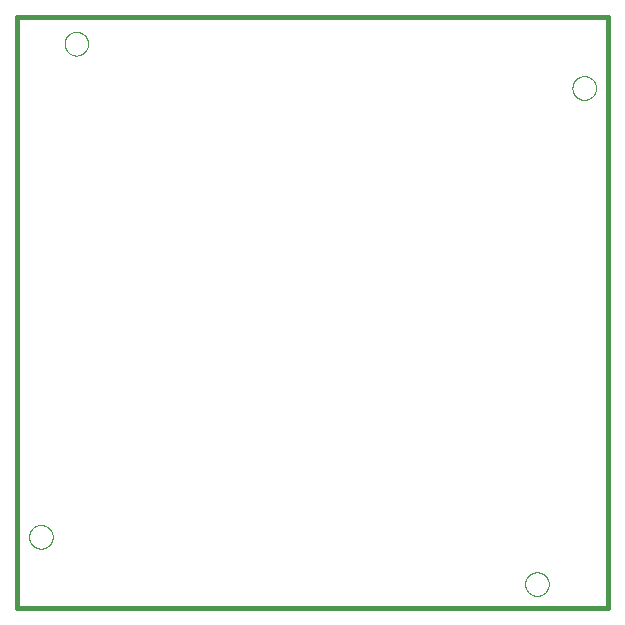
<source format=gbp>
G75*
%MOIN*%
%OFA0B0*%
%FSLAX25Y25*%
%IPPOS*%
%LPD*%
%AMOC8*
5,1,8,0,0,1.08239X$1,22.5*
%
%ADD10C,0.01600*%
%ADD11C,0.00000*%
D10*
X0005000Y0005000D02*
X0201850Y0005000D01*
X0201850Y0201850D01*
X0005000Y0201850D01*
X0005000Y0005000D01*
D11*
X0008937Y0028622D02*
X0008939Y0028747D01*
X0008945Y0028872D01*
X0008955Y0028996D01*
X0008969Y0029120D01*
X0008986Y0029244D01*
X0009008Y0029367D01*
X0009034Y0029489D01*
X0009063Y0029611D01*
X0009096Y0029731D01*
X0009134Y0029850D01*
X0009174Y0029969D01*
X0009219Y0030085D01*
X0009267Y0030200D01*
X0009319Y0030314D01*
X0009375Y0030426D01*
X0009434Y0030536D01*
X0009496Y0030644D01*
X0009562Y0030751D01*
X0009631Y0030855D01*
X0009704Y0030956D01*
X0009779Y0031056D01*
X0009858Y0031153D01*
X0009940Y0031247D01*
X0010025Y0031339D01*
X0010112Y0031428D01*
X0010203Y0031514D01*
X0010296Y0031597D01*
X0010392Y0031678D01*
X0010490Y0031755D01*
X0010590Y0031829D01*
X0010693Y0031900D01*
X0010798Y0031967D01*
X0010906Y0032032D01*
X0011015Y0032092D01*
X0011126Y0032150D01*
X0011239Y0032203D01*
X0011353Y0032253D01*
X0011469Y0032300D01*
X0011586Y0032342D01*
X0011705Y0032381D01*
X0011825Y0032417D01*
X0011946Y0032448D01*
X0012068Y0032476D01*
X0012190Y0032499D01*
X0012314Y0032519D01*
X0012438Y0032535D01*
X0012562Y0032547D01*
X0012687Y0032555D01*
X0012812Y0032559D01*
X0012936Y0032559D01*
X0013061Y0032555D01*
X0013186Y0032547D01*
X0013310Y0032535D01*
X0013434Y0032519D01*
X0013558Y0032499D01*
X0013680Y0032476D01*
X0013802Y0032448D01*
X0013923Y0032417D01*
X0014043Y0032381D01*
X0014162Y0032342D01*
X0014279Y0032300D01*
X0014395Y0032253D01*
X0014509Y0032203D01*
X0014622Y0032150D01*
X0014733Y0032092D01*
X0014843Y0032032D01*
X0014950Y0031967D01*
X0015055Y0031900D01*
X0015158Y0031829D01*
X0015258Y0031755D01*
X0015356Y0031678D01*
X0015452Y0031597D01*
X0015545Y0031514D01*
X0015636Y0031428D01*
X0015723Y0031339D01*
X0015808Y0031247D01*
X0015890Y0031153D01*
X0015969Y0031056D01*
X0016044Y0030956D01*
X0016117Y0030855D01*
X0016186Y0030751D01*
X0016252Y0030644D01*
X0016314Y0030536D01*
X0016373Y0030426D01*
X0016429Y0030314D01*
X0016481Y0030200D01*
X0016529Y0030085D01*
X0016574Y0029969D01*
X0016614Y0029850D01*
X0016652Y0029731D01*
X0016685Y0029611D01*
X0016714Y0029489D01*
X0016740Y0029367D01*
X0016762Y0029244D01*
X0016779Y0029120D01*
X0016793Y0028996D01*
X0016803Y0028872D01*
X0016809Y0028747D01*
X0016811Y0028622D01*
X0016809Y0028497D01*
X0016803Y0028372D01*
X0016793Y0028248D01*
X0016779Y0028124D01*
X0016762Y0028000D01*
X0016740Y0027877D01*
X0016714Y0027755D01*
X0016685Y0027633D01*
X0016652Y0027513D01*
X0016614Y0027394D01*
X0016574Y0027275D01*
X0016529Y0027159D01*
X0016481Y0027044D01*
X0016429Y0026930D01*
X0016373Y0026818D01*
X0016314Y0026708D01*
X0016252Y0026600D01*
X0016186Y0026493D01*
X0016117Y0026389D01*
X0016044Y0026288D01*
X0015969Y0026188D01*
X0015890Y0026091D01*
X0015808Y0025997D01*
X0015723Y0025905D01*
X0015636Y0025816D01*
X0015545Y0025730D01*
X0015452Y0025647D01*
X0015356Y0025566D01*
X0015258Y0025489D01*
X0015158Y0025415D01*
X0015055Y0025344D01*
X0014950Y0025277D01*
X0014842Y0025212D01*
X0014733Y0025152D01*
X0014622Y0025094D01*
X0014509Y0025041D01*
X0014395Y0024991D01*
X0014279Y0024944D01*
X0014162Y0024902D01*
X0014043Y0024863D01*
X0013923Y0024827D01*
X0013802Y0024796D01*
X0013680Y0024768D01*
X0013558Y0024745D01*
X0013434Y0024725D01*
X0013310Y0024709D01*
X0013186Y0024697D01*
X0013061Y0024689D01*
X0012936Y0024685D01*
X0012812Y0024685D01*
X0012687Y0024689D01*
X0012562Y0024697D01*
X0012438Y0024709D01*
X0012314Y0024725D01*
X0012190Y0024745D01*
X0012068Y0024768D01*
X0011946Y0024796D01*
X0011825Y0024827D01*
X0011705Y0024863D01*
X0011586Y0024902D01*
X0011469Y0024944D01*
X0011353Y0024991D01*
X0011239Y0025041D01*
X0011126Y0025094D01*
X0011015Y0025152D01*
X0010905Y0025212D01*
X0010798Y0025277D01*
X0010693Y0025344D01*
X0010590Y0025415D01*
X0010490Y0025489D01*
X0010392Y0025566D01*
X0010296Y0025647D01*
X0010203Y0025730D01*
X0010112Y0025816D01*
X0010025Y0025905D01*
X0009940Y0025997D01*
X0009858Y0026091D01*
X0009779Y0026188D01*
X0009704Y0026288D01*
X0009631Y0026389D01*
X0009562Y0026493D01*
X0009496Y0026600D01*
X0009434Y0026708D01*
X0009375Y0026818D01*
X0009319Y0026930D01*
X0009267Y0027044D01*
X0009219Y0027159D01*
X0009174Y0027275D01*
X0009134Y0027394D01*
X0009096Y0027513D01*
X0009063Y0027633D01*
X0009034Y0027755D01*
X0009008Y0027877D01*
X0008986Y0028000D01*
X0008969Y0028124D01*
X0008955Y0028248D01*
X0008945Y0028372D01*
X0008939Y0028497D01*
X0008937Y0028622D01*
X0020748Y0192992D02*
X0020750Y0193117D01*
X0020756Y0193242D01*
X0020766Y0193366D01*
X0020780Y0193490D01*
X0020797Y0193614D01*
X0020819Y0193737D01*
X0020845Y0193859D01*
X0020874Y0193981D01*
X0020907Y0194101D01*
X0020945Y0194220D01*
X0020985Y0194339D01*
X0021030Y0194455D01*
X0021078Y0194570D01*
X0021130Y0194684D01*
X0021186Y0194796D01*
X0021245Y0194906D01*
X0021307Y0195014D01*
X0021373Y0195121D01*
X0021442Y0195225D01*
X0021515Y0195326D01*
X0021590Y0195426D01*
X0021669Y0195523D01*
X0021751Y0195617D01*
X0021836Y0195709D01*
X0021923Y0195798D01*
X0022014Y0195884D01*
X0022107Y0195967D01*
X0022203Y0196048D01*
X0022301Y0196125D01*
X0022401Y0196199D01*
X0022504Y0196270D01*
X0022609Y0196337D01*
X0022717Y0196402D01*
X0022826Y0196462D01*
X0022937Y0196520D01*
X0023050Y0196573D01*
X0023164Y0196623D01*
X0023280Y0196670D01*
X0023397Y0196712D01*
X0023516Y0196751D01*
X0023636Y0196787D01*
X0023757Y0196818D01*
X0023879Y0196846D01*
X0024001Y0196869D01*
X0024125Y0196889D01*
X0024249Y0196905D01*
X0024373Y0196917D01*
X0024498Y0196925D01*
X0024623Y0196929D01*
X0024747Y0196929D01*
X0024872Y0196925D01*
X0024997Y0196917D01*
X0025121Y0196905D01*
X0025245Y0196889D01*
X0025369Y0196869D01*
X0025491Y0196846D01*
X0025613Y0196818D01*
X0025734Y0196787D01*
X0025854Y0196751D01*
X0025973Y0196712D01*
X0026090Y0196670D01*
X0026206Y0196623D01*
X0026320Y0196573D01*
X0026433Y0196520D01*
X0026544Y0196462D01*
X0026654Y0196402D01*
X0026761Y0196337D01*
X0026866Y0196270D01*
X0026969Y0196199D01*
X0027069Y0196125D01*
X0027167Y0196048D01*
X0027263Y0195967D01*
X0027356Y0195884D01*
X0027447Y0195798D01*
X0027534Y0195709D01*
X0027619Y0195617D01*
X0027701Y0195523D01*
X0027780Y0195426D01*
X0027855Y0195326D01*
X0027928Y0195225D01*
X0027997Y0195121D01*
X0028063Y0195014D01*
X0028125Y0194906D01*
X0028184Y0194796D01*
X0028240Y0194684D01*
X0028292Y0194570D01*
X0028340Y0194455D01*
X0028385Y0194339D01*
X0028425Y0194220D01*
X0028463Y0194101D01*
X0028496Y0193981D01*
X0028525Y0193859D01*
X0028551Y0193737D01*
X0028573Y0193614D01*
X0028590Y0193490D01*
X0028604Y0193366D01*
X0028614Y0193242D01*
X0028620Y0193117D01*
X0028622Y0192992D01*
X0028620Y0192867D01*
X0028614Y0192742D01*
X0028604Y0192618D01*
X0028590Y0192494D01*
X0028573Y0192370D01*
X0028551Y0192247D01*
X0028525Y0192125D01*
X0028496Y0192003D01*
X0028463Y0191883D01*
X0028425Y0191764D01*
X0028385Y0191645D01*
X0028340Y0191529D01*
X0028292Y0191414D01*
X0028240Y0191300D01*
X0028184Y0191188D01*
X0028125Y0191078D01*
X0028063Y0190970D01*
X0027997Y0190863D01*
X0027928Y0190759D01*
X0027855Y0190658D01*
X0027780Y0190558D01*
X0027701Y0190461D01*
X0027619Y0190367D01*
X0027534Y0190275D01*
X0027447Y0190186D01*
X0027356Y0190100D01*
X0027263Y0190017D01*
X0027167Y0189936D01*
X0027069Y0189859D01*
X0026969Y0189785D01*
X0026866Y0189714D01*
X0026761Y0189647D01*
X0026653Y0189582D01*
X0026544Y0189522D01*
X0026433Y0189464D01*
X0026320Y0189411D01*
X0026206Y0189361D01*
X0026090Y0189314D01*
X0025973Y0189272D01*
X0025854Y0189233D01*
X0025734Y0189197D01*
X0025613Y0189166D01*
X0025491Y0189138D01*
X0025369Y0189115D01*
X0025245Y0189095D01*
X0025121Y0189079D01*
X0024997Y0189067D01*
X0024872Y0189059D01*
X0024747Y0189055D01*
X0024623Y0189055D01*
X0024498Y0189059D01*
X0024373Y0189067D01*
X0024249Y0189079D01*
X0024125Y0189095D01*
X0024001Y0189115D01*
X0023879Y0189138D01*
X0023757Y0189166D01*
X0023636Y0189197D01*
X0023516Y0189233D01*
X0023397Y0189272D01*
X0023280Y0189314D01*
X0023164Y0189361D01*
X0023050Y0189411D01*
X0022937Y0189464D01*
X0022826Y0189522D01*
X0022716Y0189582D01*
X0022609Y0189647D01*
X0022504Y0189714D01*
X0022401Y0189785D01*
X0022301Y0189859D01*
X0022203Y0189936D01*
X0022107Y0190017D01*
X0022014Y0190100D01*
X0021923Y0190186D01*
X0021836Y0190275D01*
X0021751Y0190367D01*
X0021669Y0190461D01*
X0021590Y0190558D01*
X0021515Y0190658D01*
X0021442Y0190759D01*
X0021373Y0190863D01*
X0021307Y0190970D01*
X0021245Y0191078D01*
X0021186Y0191188D01*
X0021130Y0191300D01*
X0021078Y0191414D01*
X0021030Y0191529D01*
X0020985Y0191645D01*
X0020945Y0191764D01*
X0020907Y0191883D01*
X0020874Y0192003D01*
X0020845Y0192125D01*
X0020819Y0192247D01*
X0020797Y0192370D01*
X0020780Y0192494D01*
X0020766Y0192618D01*
X0020756Y0192742D01*
X0020750Y0192867D01*
X0020748Y0192992D01*
X0190039Y0178228D02*
X0190041Y0178353D01*
X0190047Y0178478D01*
X0190057Y0178602D01*
X0190071Y0178726D01*
X0190088Y0178850D01*
X0190110Y0178973D01*
X0190136Y0179095D01*
X0190165Y0179217D01*
X0190198Y0179337D01*
X0190236Y0179456D01*
X0190276Y0179575D01*
X0190321Y0179691D01*
X0190369Y0179806D01*
X0190421Y0179920D01*
X0190477Y0180032D01*
X0190536Y0180142D01*
X0190598Y0180250D01*
X0190664Y0180357D01*
X0190733Y0180461D01*
X0190806Y0180562D01*
X0190881Y0180662D01*
X0190960Y0180759D01*
X0191042Y0180853D01*
X0191127Y0180945D01*
X0191214Y0181034D01*
X0191305Y0181120D01*
X0191398Y0181203D01*
X0191494Y0181284D01*
X0191592Y0181361D01*
X0191692Y0181435D01*
X0191795Y0181506D01*
X0191900Y0181573D01*
X0192008Y0181638D01*
X0192117Y0181698D01*
X0192228Y0181756D01*
X0192341Y0181809D01*
X0192455Y0181859D01*
X0192571Y0181906D01*
X0192688Y0181948D01*
X0192807Y0181987D01*
X0192927Y0182023D01*
X0193048Y0182054D01*
X0193170Y0182082D01*
X0193292Y0182105D01*
X0193416Y0182125D01*
X0193540Y0182141D01*
X0193664Y0182153D01*
X0193789Y0182161D01*
X0193914Y0182165D01*
X0194038Y0182165D01*
X0194163Y0182161D01*
X0194288Y0182153D01*
X0194412Y0182141D01*
X0194536Y0182125D01*
X0194660Y0182105D01*
X0194782Y0182082D01*
X0194904Y0182054D01*
X0195025Y0182023D01*
X0195145Y0181987D01*
X0195264Y0181948D01*
X0195381Y0181906D01*
X0195497Y0181859D01*
X0195611Y0181809D01*
X0195724Y0181756D01*
X0195835Y0181698D01*
X0195945Y0181638D01*
X0196052Y0181573D01*
X0196157Y0181506D01*
X0196260Y0181435D01*
X0196360Y0181361D01*
X0196458Y0181284D01*
X0196554Y0181203D01*
X0196647Y0181120D01*
X0196738Y0181034D01*
X0196825Y0180945D01*
X0196910Y0180853D01*
X0196992Y0180759D01*
X0197071Y0180662D01*
X0197146Y0180562D01*
X0197219Y0180461D01*
X0197288Y0180357D01*
X0197354Y0180250D01*
X0197416Y0180142D01*
X0197475Y0180032D01*
X0197531Y0179920D01*
X0197583Y0179806D01*
X0197631Y0179691D01*
X0197676Y0179575D01*
X0197716Y0179456D01*
X0197754Y0179337D01*
X0197787Y0179217D01*
X0197816Y0179095D01*
X0197842Y0178973D01*
X0197864Y0178850D01*
X0197881Y0178726D01*
X0197895Y0178602D01*
X0197905Y0178478D01*
X0197911Y0178353D01*
X0197913Y0178228D01*
X0197911Y0178103D01*
X0197905Y0177978D01*
X0197895Y0177854D01*
X0197881Y0177730D01*
X0197864Y0177606D01*
X0197842Y0177483D01*
X0197816Y0177361D01*
X0197787Y0177239D01*
X0197754Y0177119D01*
X0197716Y0177000D01*
X0197676Y0176881D01*
X0197631Y0176765D01*
X0197583Y0176650D01*
X0197531Y0176536D01*
X0197475Y0176424D01*
X0197416Y0176314D01*
X0197354Y0176206D01*
X0197288Y0176099D01*
X0197219Y0175995D01*
X0197146Y0175894D01*
X0197071Y0175794D01*
X0196992Y0175697D01*
X0196910Y0175603D01*
X0196825Y0175511D01*
X0196738Y0175422D01*
X0196647Y0175336D01*
X0196554Y0175253D01*
X0196458Y0175172D01*
X0196360Y0175095D01*
X0196260Y0175021D01*
X0196157Y0174950D01*
X0196052Y0174883D01*
X0195944Y0174818D01*
X0195835Y0174758D01*
X0195724Y0174700D01*
X0195611Y0174647D01*
X0195497Y0174597D01*
X0195381Y0174550D01*
X0195264Y0174508D01*
X0195145Y0174469D01*
X0195025Y0174433D01*
X0194904Y0174402D01*
X0194782Y0174374D01*
X0194660Y0174351D01*
X0194536Y0174331D01*
X0194412Y0174315D01*
X0194288Y0174303D01*
X0194163Y0174295D01*
X0194038Y0174291D01*
X0193914Y0174291D01*
X0193789Y0174295D01*
X0193664Y0174303D01*
X0193540Y0174315D01*
X0193416Y0174331D01*
X0193292Y0174351D01*
X0193170Y0174374D01*
X0193048Y0174402D01*
X0192927Y0174433D01*
X0192807Y0174469D01*
X0192688Y0174508D01*
X0192571Y0174550D01*
X0192455Y0174597D01*
X0192341Y0174647D01*
X0192228Y0174700D01*
X0192117Y0174758D01*
X0192007Y0174818D01*
X0191900Y0174883D01*
X0191795Y0174950D01*
X0191692Y0175021D01*
X0191592Y0175095D01*
X0191494Y0175172D01*
X0191398Y0175253D01*
X0191305Y0175336D01*
X0191214Y0175422D01*
X0191127Y0175511D01*
X0191042Y0175603D01*
X0190960Y0175697D01*
X0190881Y0175794D01*
X0190806Y0175894D01*
X0190733Y0175995D01*
X0190664Y0176099D01*
X0190598Y0176206D01*
X0190536Y0176314D01*
X0190477Y0176424D01*
X0190421Y0176536D01*
X0190369Y0176650D01*
X0190321Y0176765D01*
X0190276Y0176881D01*
X0190236Y0177000D01*
X0190198Y0177119D01*
X0190165Y0177239D01*
X0190136Y0177361D01*
X0190110Y0177483D01*
X0190088Y0177606D01*
X0190071Y0177730D01*
X0190057Y0177854D01*
X0190047Y0177978D01*
X0190041Y0178103D01*
X0190039Y0178228D01*
X0174291Y0012874D02*
X0174293Y0012999D01*
X0174299Y0013124D01*
X0174309Y0013248D01*
X0174323Y0013372D01*
X0174340Y0013496D01*
X0174362Y0013619D01*
X0174388Y0013741D01*
X0174417Y0013863D01*
X0174450Y0013983D01*
X0174488Y0014102D01*
X0174528Y0014221D01*
X0174573Y0014337D01*
X0174621Y0014452D01*
X0174673Y0014566D01*
X0174729Y0014678D01*
X0174788Y0014788D01*
X0174850Y0014896D01*
X0174916Y0015003D01*
X0174985Y0015107D01*
X0175058Y0015208D01*
X0175133Y0015308D01*
X0175212Y0015405D01*
X0175294Y0015499D01*
X0175379Y0015591D01*
X0175466Y0015680D01*
X0175557Y0015766D01*
X0175650Y0015849D01*
X0175746Y0015930D01*
X0175844Y0016007D01*
X0175944Y0016081D01*
X0176047Y0016152D01*
X0176152Y0016219D01*
X0176260Y0016284D01*
X0176369Y0016344D01*
X0176480Y0016402D01*
X0176593Y0016455D01*
X0176707Y0016505D01*
X0176823Y0016552D01*
X0176940Y0016594D01*
X0177059Y0016633D01*
X0177179Y0016669D01*
X0177300Y0016700D01*
X0177422Y0016728D01*
X0177544Y0016751D01*
X0177668Y0016771D01*
X0177792Y0016787D01*
X0177916Y0016799D01*
X0178041Y0016807D01*
X0178166Y0016811D01*
X0178290Y0016811D01*
X0178415Y0016807D01*
X0178540Y0016799D01*
X0178664Y0016787D01*
X0178788Y0016771D01*
X0178912Y0016751D01*
X0179034Y0016728D01*
X0179156Y0016700D01*
X0179277Y0016669D01*
X0179397Y0016633D01*
X0179516Y0016594D01*
X0179633Y0016552D01*
X0179749Y0016505D01*
X0179863Y0016455D01*
X0179976Y0016402D01*
X0180087Y0016344D01*
X0180197Y0016284D01*
X0180304Y0016219D01*
X0180409Y0016152D01*
X0180512Y0016081D01*
X0180612Y0016007D01*
X0180710Y0015930D01*
X0180806Y0015849D01*
X0180899Y0015766D01*
X0180990Y0015680D01*
X0181077Y0015591D01*
X0181162Y0015499D01*
X0181244Y0015405D01*
X0181323Y0015308D01*
X0181398Y0015208D01*
X0181471Y0015107D01*
X0181540Y0015003D01*
X0181606Y0014896D01*
X0181668Y0014788D01*
X0181727Y0014678D01*
X0181783Y0014566D01*
X0181835Y0014452D01*
X0181883Y0014337D01*
X0181928Y0014221D01*
X0181968Y0014102D01*
X0182006Y0013983D01*
X0182039Y0013863D01*
X0182068Y0013741D01*
X0182094Y0013619D01*
X0182116Y0013496D01*
X0182133Y0013372D01*
X0182147Y0013248D01*
X0182157Y0013124D01*
X0182163Y0012999D01*
X0182165Y0012874D01*
X0182163Y0012749D01*
X0182157Y0012624D01*
X0182147Y0012500D01*
X0182133Y0012376D01*
X0182116Y0012252D01*
X0182094Y0012129D01*
X0182068Y0012007D01*
X0182039Y0011885D01*
X0182006Y0011765D01*
X0181968Y0011646D01*
X0181928Y0011527D01*
X0181883Y0011411D01*
X0181835Y0011296D01*
X0181783Y0011182D01*
X0181727Y0011070D01*
X0181668Y0010960D01*
X0181606Y0010852D01*
X0181540Y0010745D01*
X0181471Y0010641D01*
X0181398Y0010540D01*
X0181323Y0010440D01*
X0181244Y0010343D01*
X0181162Y0010249D01*
X0181077Y0010157D01*
X0180990Y0010068D01*
X0180899Y0009982D01*
X0180806Y0009899D01*
X0180710Y0009818D01*
X0180612Y0009741D01*
X0180512Y0009667D01*
X0180409Y0009596D01*
X0180304Y0009529D01*
X0180196Y0009464D01*
X0180087Y0009404D01*
X0179976Y0009346D01*
X0179863Y0009293D01*
X0179749Y0009243D01*
X0179633Y0009196D01*
X0179516Y0009154D01*
X0179397Y0009115D01*
X0179277Y0009079D01*
X0179156Y0009048D01*
X0179034Y0009020D01*
X0178912Y0008997D01*
X0178788Y0008977D01*
X0178664Y0008961D01*
X0178540Y0008949D01*
X0178415Y0008941D01*
X0178290Y0008937D01*
X0178166Y0008937D01*
X0178041Y0008941D01*
X0177916Y0008949D01*
X0177792Y0008961D01*
X0177668Y0008977D01*
X0177544Y0008997D01*
X0177422Y0009020D01*
X0177300Y0009048D01*
X0177179Y0009079D01*
X0177059Y0009115D01*
X0176940Y0009154D01*
X0176823Y0009196D01*
X0176707Y0009243D01*
X0176593Y0009293D01*
X0176480Y0009346D01*
X0176369Y0009404D01*
X0176259Y0009464D01*
X0176152Y0009529D01*
X0176047Y0009596D01*
X0175944Y0009667D01*
X0175844Y0009741D01*
X0175746Y0009818D01*
X0175650Y0009899D01*
X0175557Y0009982D01*
X0175466Y0010068D01*
X0175379Y0010157D01*
X0175294Y0010249D01*
X0175212Y0010343D01*
X0175133Y0010440D01*
X0175058Y0010540D01*
X0174985Y0010641D01*
X0174916Y0010745D01*
X0174850Y0010852D01*
X0174788Y0010960D01*
X0174729Y0011070D01*
X0174673Y0011182D01*
X0174621Y0011296D01*
X0174573Y0011411D01*
X0174528Y0011527D01*
X0174488Y0011646D01*
X0174450Y0011765D01*
X0174417Y0011885D01*
X0174388Y0012007D01*
X0174362Y0012129D01*
X0174340Y0012252D01*
X0174323Y0012376D01*
X0174309Y0012500D01*
X0174299Y0012624D01*
X0174293Y0012749D01*
X0174291Y0012874D01*
M02*

</source>
